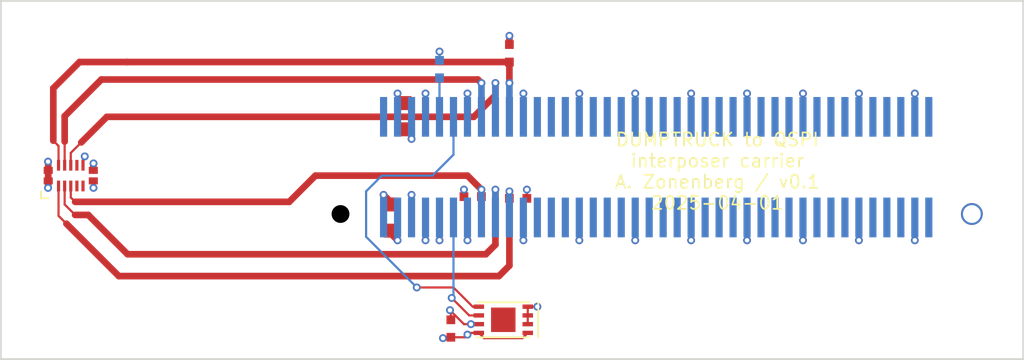
<source format=kicad_pcb>
(kicad_pcb (version 20240108) (generator "pcbnew") (generator_version "8.0")
  (layers (0 "F.Cu" signal) (1 "In1.Cu" signal) (2 "In2.Cu" signal) (31 "B.Cu" signal) (34 "B.Paste" user) (35 "F.Paste" user) (36 "B.SilkS" user "B.Silkscreen") (37 "F.SilkS" user "F.Silkscreen") (38 "B.Mask" user) (39 "F.Mask" user) (44 "Edge.Cuts" user))
  (net 0 "")
  (net 1 "/3V3_EEPROM")
  (net 2 "/GND")
  (net 3 "/VCC")
  (net 4 "/VCORE")
  (net 12 "/QSPI_DQ0")
  (net 13 "/QSPI_DQ2")
  (net 15 "/QSPI_SCK")
  (net 16 "Net-(J1B-PRESENT)")
  (net 21 "/QSPI_DQ3")
  (net 25 "/EEPROM_SCL")
  (net 26 "/QSPI_DQ1")
  (net 28 "/EEPROM_SDA")
  (net 57 "/QSPI_CS_N")
  (footprint "azonenberg_pcb:EIA_0402_RES_NOSILK" (layer "F.Cu") (at 129.1 53 90)
    (property "Reference" "R4" (hide yes))
    (property "Value" "10K" (hide yes))
    (pad "1" smd rect (at -0.499999 0 90) (size 0.5 0.5) (layers "F.Cu" "F.Paste" "F.Mask") (net 21 "/QSPI_DQ3"))
    (pad "2" smd rect (at 0.499999 0 90) (size 0.5 0.5) (layers "F.Cu" "F.Paste" "F.Mask") (net 3 "/VCC"))
  )
  (footprint "azonenberg_pcb:EIA_0402_CAP_NOSILK" (layer "F.Cu") (at 125.75 68.75 90)
    (property "Reference" "C1" (hide yes))
    (property "Value" "0.47 uF" (hide yes))
    (pad "1" smd rect (at -0.499999 0 90) (size 0.5 0.5) (layers "F.Cu" "F.Paste" "F.Mask") (net 1 "/3V3_EEPROM"))
    (pad "2" smd rect (at 0.499999 0 90) (size 0.5 0.5) (layers "F.Cu" "F.Paste" "F.Mask") (net 2 "/GND"))
  )
  (footprint "azonenberg_pcb:EIA_0603_CAP_NOSILK" (layer "F.Cu") (at 123.1 56.6 90)
    (property "Reference" "C2" (hide yes))
    (property "Value" "4.7 uF" (hide yes))
    (pad "1" smd rect (at -0.75 0 90) (size 0.8 0.8) (layers "F.Cu" "F.Paste" "F.Mask") (net 3 "/VCC"))
    (pad "2" smd rect (at 0.75 0 90) (size 0.8 0.8) (layers "F.Cu" "F.Paste" "F.Mask") (net 2 "/GND"))
  )
  (footprint "azonenberg_pcb:DFN_8_0.5MM_2x3MM_TALL" (layer "F.Cu") (at 128.75 68.25 90)
    (property "Reference" "U1" (hide yes))
    (property "Value" "M24C02-RMC6TG" (hide yes))
    (fp_line (start 1 -1.5) (end 1 1.5) (stroke (width 0.1)) (layer "F.SilkS"))
    (fp_line (start -1 -1.5) (end -1 1.5) (stroke (width 0.1)) (layer "F.SilkS"))
    (fp_line (start -1 2) (end 1 2) (stroke (width 0.1)) (layer "F.SilkS"))
    (pad "1" smd rect (at -0.750001 1.4 90) (size 0.25 0.6) (layers "F.Cu" "F.Paste" "F.Mask") (net 1 "/3V3_EEPROM"))
    (pad "2" smd rect (at -0.25 1.4 90) (size 0.25 0.6) (layers "F.Cu" "F.Paste" "F.Mask") (net 2 "/GND"))
    (pad "3" smd rect (at 0.25 1.4 90) (size 0.25 0.6) (layers "F.Cu" "F.Paste" "F.Mask") (net 2 "/GND"))
    (pad "4" smd rect (at 0.750001 1.4 90) (size 0.25 0.6) (layers "F.Cu" "F.Paste" "F.Mask") (net 2 "/GND"))
    (pad "5" smd rect (at 0.750001 -1.4 90) (size 0.25 0.6) (layers "F.Cu" "F.Paste" "F.Mask") (net 28 "/EEPROM_SDA"))
    (pad "6" smd rect (at 0.25 -1.4 90) (size 0.25 0.6) (layers "F.Cu" "F.Paste" "F.Mask") (net 25 "/EEPROM_SCL"))
    (pad "7" smd rect (at -0.25 -1.4 90) (size 0.25 0.6) (layers "F.Cu" "F.Paste" "F.Mask") (net 2 "/GND"))
    (pad "8" smd rect (at -0.750001 -1.4 90) (size 0.25 0.6) (layers "F.Cu" "F.Paste" "F.Mask") (net 1 "/3V3_EEPROM"))
    (pad "PAD" smd rect (at 0 0 90) (size 1.4 1.4) (layers "F.Cu" "F.Mask"))
  )
  (footprint "azonenberg_pcb:CONN_AMPHENOL_103P010BB100" (layer "F.Cu") (at 104 60)
    (property "Reference" "J2" (hide yes))
    (property "Value" "103P010BB1100" (hide yes))
    (fp_line (start -1.7 0.9) (end -1.7 1.3) (stroke (width 0.1)) (layer "F.SilkS"))
    (fp_line (start -1.7 1.3) (end -1.3 1.3) (stroke (width 0.1)) (layer "F.SilkS"))
    (pad "1" smd rect (at -0.7 0.5925) (size 0.18 0.615) (layers "F.Cu" "F.Paste" "F.Mask") (net 57 "/QSPI_CS_N"))
    (pad "2" smd rect (at -0.35 0.5925) (size 0.18 0.615) (layers "F.Cu" "F.Paste" "F.Mask") (net 26 "/QSPI_DQ1"))
    (pad "3" smd rect (at 0 0.5925) (size 0.18 0.615) (layers "F.Cu" "F.Paste" "F.Mask") (net 13 "/QSPI_DQ2"))
    (pad "4" smd rect (at 0.35 0.5925) (size 0.18 0.615) (layers "F.Cu" "F.Paste" "F.Mask"))
    (pad "5" smd rect (at 0.7 0.5925) (size 0.18 0.615) (layers "F.Cu" "F.Paste" "F.Mask"))
    (pad "6" smd rect (at -0.7 -0.5925) (size 0.18 0.615) (layers "F.Cu" "F.Paste" "F.Mask") (net 21 "/QSPI_DQ3"))
    (pad "7" smd rect (at -0.35 -0.5925) (size 0.18 0.615) (layers "F.Cu" "F.Paste" "F.Mask") (net 15 "/QSPI_SCK"))
    (pad "8" smd rect (at 0 -0.5925) (size 0.18 0.615) (layers "F.Cu" "F.Paste" "F.Mask") (net 12 "/QSPI_DQ0"))
    (pad "9" smd rect (at 0.35 -0.5925) (size 0.18 0.615) (layers "F.Cu" "F.Paste" "F.Mask"))
    (pad "10" smd rect (at 0.7 -0.5925) (size 0.18 0.615) (layers "F.Cu" "F.Paste" "F.Mask") (net 4 "/VCORE"))
    (pad "11" smd rect (at -1.29 -0.3) (size 0.52 0.4) (layers "F.Cu" "F.Paste" "F.Mask") (net 3 "/VCC"))
    (pad "12" smd rect (at -1.29 0.3) (size 0.52 0.4) (layers "F.Cu" "F.Paste" "F.Mask") (net 3 "/VCC"))
    (pad "13" smd rect (at 1.29 0.3) (size 0.52 0.4) (layers "F.Cu" "F.Paste" "F.Mask") (net 2 "/GND"))
    (pad "14" smd rect (at 1.29 -0.3) (size 0.52 0.4) (layers "F.Cu" "F.Paste" "F.Mask") (net 2 "/GND"))
  )
  (footprint "azonenberg_pcb:EIA_0402_RES_NOSILK" (layer "F.Cu") (at 129.6 61.3)
    (property "Reference" "R2" (hide yes))
    (property "Value" "10K" (hide yes))
    (pad "1" smd rect (at -0.499999 0) (size 0.5 0.5) (layers "F.Cu" "F.Paste" "F.Mask") (net 57 "/QSPI_CS_N"))
    (pad "2" smd rect (at 0.499999 0) (size 0.5 0.5) (layers "F.Cu" "F.Paste" "F.Mask") (net 3 "/VCC"))
  )
  (footprint "azonenberg_pcb:EIA_0402_RES_NOSILK" (layer "F.Cu") (at 127 61.2 180)
    (property "Reference" "R3" (hide yes))
    (property "Value" "10K" (hide yes))
    (pad "1" smd rect (at -0.499999 0 180) (size 0.5 0.5) (layers "F.Cu" "F.Paste" "F.Mask") (net 13 "/QSPI_DQ2"))
    (pad "2" smd rect (at 0.499999 0 180) (size 0.5 0.5) (layers "F.Cu" "F.Paste" "F.Mask") (net 3 "/VCC"))
  )
  (footprint "azonenberg_pcb:EIA_0603_CAP_NOSILK" (layer "F.Cu") (at 122.3 62.4 -90)
    (property "Reference" "C4" (hide yes))
    (property "Value" "4.7 uF" (hide yes))
    (pad "1" smd rect (at -0.75 0 270) (size 0.8 0.8) (layers "F.Cu" "F.Paste" "F.Mask") (net 4 "/VCORE"))
    (pad "2" smd rect (at 0.75 0 270) (size 0.8 0.8) (layers "F.Cu" "F.Paste" "F.Mask") (net 2 "/GND"))
  )
  (footprint "azonenberg_pcb:EIA_0402_RES_NOSILK" (layer "B.Cu") (at 125.1 53.9 -90)
    (property "Reference" "R1" (hide yes))
    (property "Value" "0" (hide yes))
    (pad "1" smd rect (at -0.499999 0 270) (size 0.5 0.5) (layers "B.Cu" "B.Paste" "B.Mask") (net 1 "/3V3_EEPROM"))
    (pad "2" smd rect (at 0.499999 0 270) (size 0.5 0.5) (layers "B.Cu" "B.Paste" "B.Mask") (net 16 "Net-(J1B-PRESENT)"))
  )
  (footprint "azonenberg_pcb:CONN_SAMTEC_BSE-040-01-L-D-A-TR" (layer "B.Cu") (at 137.5 59.5)
    (property "Reference" "J1" (hide yes))
    (property "Value" "CONN_DUMPTRUCK_DEVICE" (hide yes))
    (pad "" np_thru_hole circle (at -18.064 2.6965) (size 1.25 1.25) (drill 1.02) (layers "Dwgs.User"))
    (pad "" np_thru_hole circle (at 18.064 2.6965) (size 1.25 1.25) (drill 1.016) (layers "F&B.Cu" "Dwgs.User"))
    (pad "1" smd rect (at -15.6 -2.8635) (size 0.41 2.273) (layers "B.Cu" "B.Paste" "B.Mask"))
    (pad "2" smd rect (at -15.6 2.8935) (size 0.41 2.273) (layers "B.Cu" "B.Paste" "B.Mask") (net 4 "/VCORE"))
    (pad "3" smd rect (at -14.8 -2.8635) (size 0.41 2.273) (layers "B.Cu" "B.Paste" "B.Mask") (net 2 "/GND"))
    (pad "4" smd rect (at -14.8 2.8935) (size 0.41 2.273) (layers "B.Cu" "B.Paste" "B.Mask") (net 2 "/GND"))
    (pad "5" smd rect (at -14 -2.8635) (size 0.41 2.273) (layers "B.Cu" "B.Paste" "B.Mask") (net 3 "/VCC"))
    (pad "6" smd rect (at -14 2.8935) (size 0.41 2.273) (layers "B.Cu" "B.Paste" "B.Mask") (net 3 "/VCC"))
    (pad "7" smd rect (at -13.2 -2.8635) (size 0.41 2.273) (layers "B.Cu" "B.Paste" "B.Mask") (net 2 "/GND"))
    (pad "8" smd rect (at -13.2 2.8935) (size 0.41 2.273) (layers "B.Cu" "B.Paste" "B.Mask") (net 2 "/GND"))
    (pad "9" smd rect (at -12.4 -2.8635) (size 0.41 2.273) (layers "B.Cu" "B.Paste" "B.Mask") (net 16 "Net-(J1B-PRESENT)"))
    (pad "10" smd rect (at -12.4 2.8935) (size 0.41 2.273) (layers "B.Cu" "B.Paste" "B.Mask") (net 1 "/3V3_EEPROM"))
    (pad "11" smd rect (at -11.6 -2.8635) (size 0.41 2.273) (layers "B.Cu" "B.Paste" "B.Mask") (net 28 "/EEPROM_SDA"))
    (pad "12" smd rect (at -11.6 2.8935) (size 0.41 2.273) (layers "B.Cu" "B.Paste" "B.Mask") (net 25 "/EEPROM_SCL"))
    (pad "13" smd rect (at -10.8 -2.8635) (size 0.41 2.273) (layers "B.Cu" "B.Paste" "B.Mask") (net 2 "/GND"))
    (pad "14" smd rect (at -10.8 2.8935) (size 0.41 2.273) (layers "B.Cu" "B.Paste" "B.Mask") (net 2 "/GND"))
    (pad "15" smd rect (at -10 -2.8635) (size 0.41 2.273) (layers "B.Cu" "B.Paste" "B.Mask") (net 15 "/QSPI_SCK"))
    (pad "16" smd rect (at -10 2.8935) (size 0.41 2.273) (layers "B.Cu" "B.Paste" "B.Mask") (net 13 "/QSPI_DQ2"))
    (pad "17" smd rect (at -9.2 -2.8635) (size 0.41 2.273) (layers "B.Cu" "B.Paste" "B.Mask") (net 12 "/QSPI_DQ0"))
    (pad "18" smd rect (at -9.2 2.8935) (size 0.41 2.273) (layers "B.Cu" "B.Paste" "B.Mask") (net 26 "/QSPI_DQ1"))
    (pad "19" smd rect (at -8.4 -2.8635) (size 0.41 2.273) (layers "B.Cu" "B.Paste" "B.Mask") (net 21 "/QSPI_DQ3"))
    (pad "20" smd rect (at -8.4 2.8935) (size 0.41 2.273) (layers "B.Cu" "B.Paste" "B.Mask") (net 57 "/QSPI_CS_N"))
    (pad "21" smd rect (at -7.6 -2.8635) (size 0.41 2.273) (layers "B.Cu" "B.Paste" "B.Mask") (net 2 "/GND"))
    (pad "22" smd rect (at -7.6 2.8935) (size 0.41 2.273) (layers "B.Cu" "B.Paste" "B.Mask") (net 2 "/GND"))
    (pad "23" smd rect (at -6.8 -2.8635) (size 0.41 2.273) (layers "B.Cu" "B.Paste" "B.Mask"))
    (pad "24" smd rect (at -6.8 2.8935) (size 0.41 2.273) (layers "B.Cu" "B.Paste" "B.Mask"))
    (pad "25" smd rect (at -6 -2.8635) (size 0.41 2.273) (layers "B.Cu" "B.Paste" "B.Mask"))
    (pad "26" smd rect (at -6 2.8935) (size 0.41 2.273) (layers "B.Cu" "B.Paste" "B.Mask"))
    (pad "27" smd rect (at -5.2 -2.8635) (size 0.41 2.273) (layers "B.Cu" "B.Paste" "B.Mask"))
    (pad "28" smd rect (at -5.2 2.8935) (size 0.41 2.273) (layers "B.Cu" "B.Paste" "B.Mask"))
    (pad "29" smd rect (at -4.4 -2.8635) (size 0.41 2.273) (layers "B.Cu" "B.Paste" "B.Mask") (net 2 "/GND"))
    (pad "30" smd rect (at -4.4 2.8935) (size 0.41 2.273) (layers "B.Cu" "B.Paste" "B.Mask") (net 2 "/GND"))
    (pad "31" smd rect (at -3.6 -2.8635) (size 0.41 2.273) (layers "B.Cu" "B.Paste" "B.Mask"))
    (pad "32" smd rect (at -3.6 2.8935) (size 0.41 2.273) (layers "B.Cu" "B.Paste" "B.Mask"))
    (pad "33" smd rect (at -2.8 -2.8635) (size 0.41 2.273) (layers "B.Cu" "B.Paste" "B.Mask"))
    (pad "34" smd rect (at -2.8 2.8935) (size 0.41 2.273) (layers "B.Cu" "B.Paste" "B.Mask"))
    (pad "35" smd rect (at -2 -2.8635) (size 0.41 2.273) (layers "B.Cu" "B.Paste" "B.Mask"))
    (pad "36" smd rect (at -2 2.8935) (size 0.41 2.273) (layers "B.Cu" "B.Paste" "B.Mask"))
    (pad "37" smd rect (at -1.2 -2.8635) (size 0.41 2.273) (layers "B.Cu" "B.Paste" "B.Mask") (net 2 "/GND"))
    (pad "38" smd rect (at -1.2 2.8935) (size 0.41 2.273) (layers "B.Cu" "B.Paste" "B.Mask") (net 2 "/GND"))
    (pad "39" smd rect (at -0.4 -2.8635) (size 0.41 2.273) (layers "B.Cu" "B.Paste" "B.Mask"))
    (pad "40" smd rect (at -0.4 2.8935) (size 0.41 2.273) (layers "B.Cu" "B.Paste" "B.Mask"))
    (pad "41" smd rect (at 0.4 -2.8635) (size 0.41 2.273) (layers "B.Cu" "B.Paste" "B.Mask"))
    (pad "42" smd rect (at 0.4 2.8935) (size 0.41 2.273) (layers "B.Cu" "B.Paste" "B.Mask"))
    (pad "43" smd rect (at 1.2 -2.8635) (size 0.41 2.273) (layers "B.Cu" "B.Paste" "B.Mask"))
    (pad "44" smd rect (at 1.2 2.8935) (size 0.41 2.273) (layers "B.Cu" "B.Paste" "B.Mask"))
    (pad "45" smd rect (at 2 -2.8635) (size 0.41 2.273) (layers "B.Cu" "B.Paste" "B.Mask") (net 2 "/GND"))
    (pad "46" smd rect (at 2 2.8935) (size 0.41 2.273) (layers "B.Cu" "B.Paste" "B.Mask") (net 2 "/GND"))
    (pad "47" smd rect (at 2.8 -2.8635) (size 0.41 2.273) (layers "B.Cu" "B.Paste" "B.Mask"))
    (pad "48" smd rect (at 2.8 2.8935) (size 0.41 2.273) (layers "B.Cu" "B.Paste" "B.Mask"))
    (pad "49" smd rect (at 3.6 -2.8635) (size 0.41 2.273) (layers "B.Cu" "B.Paste" "B.Mask"))
    (pad "50" smd rect (at 3.6 2.8935) (size 0.41 2.273) (layers "B.Cu" "B.Paste" "B.Mask"))
    (pad "51" smd rect (at 4.4 -2.8635) (size 0.41 2.273) (layers "B.Cu" "B.Paste" "B.Mask"))
    (pad "52" smd rect (at 4.4 2.8935) (size 0.41 2.273) (layers "B.Cu" "B.Paste" "B.Mask"))
    (pad "53" smd rect (at 5.2 -2.8635) (size 0.41 2.273) (layers "B.Cu" "B.Paste" "B.Mask") (net 2 "/GND"))
    (pad "54" smd rect (at 5.2 2.8935) (size 0.41 2.273) (layers "B.Cu" "B.Paste" "B.Mask") (net 2 "/GND"))
    (pad "55" smd rect (at 6 -2.8635) (size 0.41 2.273) (layers "B.Cu" "B.Paste" "B.Mask"))
    (pad "56" smd rect (at 6 2.8935) (size 0.41 2.273) (layers "B.Cu" "B.Paste" "B.Mask"))
    (pad "57" smd rect (at 6.8 -2.8635) (size 0.41 2.273) (layers "B.Cu" "B.Paste" "B.Mask"))
    (pad "58" smd rect (at 6.8 2.8935) (size 0.41 2.273) (layers "B.Cu" "B.Paste" "B.Mask"))
    (pad "59" smd rect (at 7.6 -2.8635) (size 0.41 2.273) (layers "B.Cu" "B.Paste" "B.Mask"))
    (pad "60" smd rect (at 7.6 2.8935) (size 0.41 2.273) (layers "B.Cu" "B.Paste" "B.Mask"))
    (pad "61" smd rect (at 8.4 -2.8635) (size 0.41 2.273) (layers "B.Cu" "B.Paste" "B.Mask") (net 2 "/GND"))
    (pad "62" smd rect (at 8.4 2.8935) (size 0.41 2.273) (layers "B.Cu" "B.Paste" "B.Mask") (net 2 "/GND"))
    (pad "63" smd rect (at 9.2 -2.8635) (size 0.41 2.273) (layers "B.Cu" "B.Paste" "B.Mask"))
    (pad "64" smd rect (at 9.2 2.8935) (size 0.41 2.273) (layers "B.Cu" "B.Paste" "B.Mask"))
    (pad "65" smd rect (at 10 -2.8635) (size 0.41 2.273) (layers "B.Cu" "B.Paste" "B.Mask"))
    (pad "66" smd rect (at 10 2.8935) (size 0.41 2.273) (layers "B.Cu" "B.Paste" "B.Mask"))
    (pad "67" smd rect (at 10.8 -2.8635) (size 0.41 2.273) (layers "B.Cu" "B.Paste" "B.Mask"))
    (pad "68" smd rect (at 10.8 2.8935) (size 0.41 2.273) (layers "B.Cu" "B.Paste" "B.Mask"))
    (pad "69" smd rect (at 11.6 -2.8635) (size 0.41 2.273) (layers "B.Cu" "B.Paste" "B.Mask") (net 2 "/GND"))
    (pad "70" smd rect (at 11.6 2.8935) (size 0.41 2.273) (layers "B.Cu" "B.Paste" "B.Mask") (net 2 "/GND"))
    (pad "71" smd rect (at 12.4 -2.8635) (size 0.41 2.273) (layers "B.Cu" "B.Paste" "B.Mask"))
    (pad "72" smd rect (at 12.4 2.8935) (size 0.41 2.273) (layers "B.Cu" "B.Paste" "B.Mask"))
    (pad "73" smd rect (at 13.2 -2.8635) (size 0.41 2.273) (layers "B.Cu" "B.Paste" "B.Mask"))
    (pad "74" smd rect (at 13.2 2.8935) (size 0.41 2.273) (layers "B.Cu" "B.Paste" "B.Mask"))
    (pad "75" smd rect (at 14 -2.8635) (size 0.41 2.273) (layers "B.Cu" "B.Paste" "B.Mask"))
    (pad "76" smd rect (at 14 2.8935) (size 0.41 2.273) (layers "B.Cu" "B.Paste" "B.Mask"))
    (pad "77" smd rect (at 14.8 -2.8635) (size 0.41 2.273) (layers "B.Cu" "B.Paste" "B.Mask") (net 2 "/GND"))
    (pad "78" smd rect (at 14.8 2.8935) (size 0.41 2.273) (layers "B.Cu" "B.Paste" "B.Mask") (net 2 "/GND"))
    (pad "79" smd rect (at 15.6 -2.8635) (size 0.41 2.273) (layers "B.Cu" "B.Paste" "B.Mask"))
    (pad "80" smd rect (at 15.6 2.8935) (size 0.41 2.273) (layers "B.Cu" "B.Paste" "B.Mask"))
  )
  (gr_rect (start 100 50) (end 158.5 70.5) (stroke (width 0.1)) (fill none) (layer "Edge.Cuts"))
  (gr_text "DUMPTRUCK to QSPI\ninterposer carrier\nA. Zonenberg / v0.1\n2025-04-01" (at 141 62 0) (layer "F.SilkS") (effects (font (size 0.75 0.75) (thickness 0.1)) (justify bottom)))
  (segment (start 126.550001 69.249999) (end 126.799999 69.000001) (width 0.125) (layer "F.Cu") (net 1))
  (segment (start 125.3 69.3) (end 125.699999 69.3) (width 0.125) (layer "F.Cu") (net 1))
  (segment (start 125.75 69.249999) (end 126.550001 69.249999) (width 0.125) (layer "F.Cu") (net 1))
  (segment (start 127.35 69.000001) (end 126.799999 69.000001) (width 0.125) (layer "F.Cu") (net 1))
  (segment (start 127.35 69.000001) (end 127.649999 69.3) (width 0.125) (layer "F.Cu") (net 1))
  (segment (start 127.649999 69.3) (end 129.850001 69.3) (width 0.125) (layer "F.Cu") (net 1))
  (segment (start 129.850001 69.3) (end 130.15 69.000001) (width 0.125) (layer "F.Cu") (net 1))
  (via (at 125.1 63.7) (size 0.45) (drill 0.25) (layers "F.Cu" "B.Cu") (net 1))
  (via (at 126.7 69.1) (size 0.45) (drill 0.25) (layers "F.Cu" "B.Cu") (net 1))
  (via (at 125.1 52.9) (size 0.45) (drill 0.25) (layers "F.Cu" "B.Cu") (net 1))
  (via (at 125.3 69.3) (size 0.45) (drill 0.25) (layers "F.Cu" "B.Cu") (net 1))
  (segment (start 125.099999 62.3935) (end 125.1 63.7) (width 0.125) (layer "B.Cu") (net 1))
  (segment (start 125.1 53.400001) (end 125.1 52.9) (width 0.125) (layer "B.Cu") (net 1))
  (segment (start 126.5 68.5) (end 127.35 68.5) (width 0.125) (layer "F.Cu") (net 2))
  (segment (start 125.75 68.250001) (end 125.75 67.75) (width 0.125) (layer "F.Cu") (net 2))
  (segment (start 122.3 63.3) (end 122.7 63.7) (width 0.381) (layer "F.Cu") (net 2))
  (segment (start 130.15 68.5) (end 130.15 67.499999) (width 0.125) (layer "F.Cu") (net 2))
  (segment (start 125.7 67.7) (end 126.5 68.5) (width 0.125) (layer "F.Cu") (net 2))
  (segment (start 105.29 59.31) (end 105.3 59.3) (width 0.381) (layer "F.Cu") (net 2))
  (segment (start 105.29 59.7) (end 105.29 59.31) (width 0.381) (layer "F.Cu") (net 2))
  (segment (start 130.15 67.5) (end 130.7 67.499999) (width 0.125) (layer "F.Cu") (net 2))
  (via (at 149.1 55.3) (size 0.45) (drill 0.25) (layers "F.Cu" "B.Cu") (net 2))
  (via (at 145.9 63.7) (size 0.45) (drill 0.25) (layers "F.Cu" "B.Cu") (net 2))
  (via (at 152.3 63.7) (size 0.45) (drill 0.25) (layers "F.Cu" "B.Cu") (net 2))
  (via (at 142.7 55.3) (size 0.45) (drill 0.25) (layers "F.Cu" "B.Cu") (net 2))
  (via (at 124.3 55.3) (size 0.45) (drill 0.25) (layers "F.Cu" "B.Cu") (net 2))
  (via (at 152.3 55.3) (size 0.45) (drill 0.25) (layers "F.Cu" "B.Cu") (net 2))
  (via (at 126.7 63.7) (size 0.45) (drill 0.25) (layers "F.Cu" "B.Cu") (net 2))
  (via (at 139.5 63.7) (size 0.45) (drill 0.25) (layers "F.Cu" "B.Cu") (net 2))
  (via (at 105.3 59.3) (size 0.45) (drill 0.25) (layers "F.Cu" "B.Cu") (net 2))
  (via (at 125.7 67.7) (size 0.45) (drill 0.25) (layers "F.Cu" "B.Cu") (net 2))
  (via (at 136.3 55.3) (size 0.45) (drill 0.25) (layers "F.Cu" "B.Cu") (net 2))
  (via (at 129.9 55.3) (size 0.45) (drill 0.25) (layers "F.Cu" "B.Cu") (net 2))
  (via (at 126.7 55.3) (size 0.45) (drill 0.25) (layers "F.Cu" "B.Cu") (net 2))
  (via (at 133.1 55.3) (size 0.45) (drill 0.25) (layers "F.Cu" "B.Cu") (net 2))
  (via (at 129.9 63.7) (size 0.45) (drill 0.25) (layers "F.Cu" "B.Cu") (net 2))
  (via (at 130.7 67.5) (size 0.45) (drill 0.25) (layers "F.Cu" "B.Cu") (net 2))
  (via (at 145.9 55.3) (size 0.45) (drill 0.25) (layers "F.Cu" "B.Cu") (net 2))
  (via (at 126.9 68.5) (size 0.45) (drill 0.25) (layers "F.Cu" "B.Cu") (net 2))
  (via (at 122.7 55.3) (size 0.45) (drill 0.25) (layers "F.Cu" "B.Cu") (net 2))
  (via (at 133.1 63.7) (size 0.45) (drill 0.25) (layers "F.Cu" "B.Cu") (net 2))
  (via (at 139.5 55.3) (size 0.45) (drill 0.25) (layers "F.Cu" "B.Cu") (net 2))
  (via (at 136.3 63.7) (size 0.45) (drill 0.25) (layers "F.Cu" "B.Cu") (net 2))
  (via (at 124.3 63.7) (size 0.45) (drill 0.25) (layers "F.Cu" "B.Cu") (net 2))
  (via (at 142.7 63.7) (size 0.45) (drill 0.25) (layers "F.Cu" "B.Cu") (net 2))
  (via (at 105.3 60.7) (size 0.45) (drill 0.25) (layers "F.Cu" "B.Cu") (net 2))
  (via (at 122.7 63.7) (size 0.45) (drill 0.25) (layers "F.Cu" "B.Cu") (net 2))
  (via (at 149.1 63.7) (size 0.45) (drill 0.25) (layers "F.Cu" "B.Cu") (net 2))
  (segment (start 149.1 63.7) (end 149.1 62.3935) (width 0.125) (layer "B.Cu") (net 2))
  (segment (start 149.1 55.3) (end 149.1 56.6365) (width 0.125) (layer "B.Cu") (net 2))
  (segment (start 133.1 55.3) (end 133.1 56.6365) (width 0.125) (layer "B.Cu") (net 2))
  (segment (start 139.5 55.3) (end 139.5 56.6365) (width 0.125) (layer "B.Cu") (net 2))
  (segment (start 124.3 55.3) (end 124.3 56.6365) (width 0.125) (layer "B.Cu") (net 2))
  (segment (start 145.9 55.3) (end 145.9 56.6365) (width 0.125) (layer "B.Cu") (net 2))
  (segment (start 124.3 63.7) (end 124.3 62.3935) (width 0.125) (layer "B.Cu") (net 2))
  (segment (start 129.9 55.3) (end 129.9 56.6365) (width 0.125) (layer "B.Cu") (net 2))
  (segment (start 133.1 63.7) (end 133.1 62.3935) (width 0.125) (layer "B.Cu") (net 2))
  (segment (start 152.3 63.7) (end 152.3 62.3935) (width 0.125) (layer "B.Cu") (net 2))
  (segment (start 139.5 63.7) (end 139.5 62.3935) (width 0.125) (layer "B.Cu") (net 2))
  (segment (start 126.7 56.6365) (end 126.7 55.3) (width 0.125) (layer "B.Cu") (net 2))
  (segment (start 145.899999 63.7) (end 145.9 62.3935) (width 0.125) (layer "B.Cu") (net 2))
  (segment (start 122.7 63.7) (end 122.7 62.3935) (width 0.125) (layer "B.Cu") (net 2))
  (segment (start 126.7 63.7) (end 126.7 62.3935) (width 0.125) (layer "B.Cu") (net 2))
  (segment (start 142.7 55.3) (end 142.7 56.6365) (width 0.125) (layer "B.Cu") (net 2))
  (segment (start 122.7 55.3) (end 122.7 56.6365) (width 0.125) (layer "B.Cu") (net 2))
  (segment (start 136.3 55.3) (end 136.3 56.6365) (width 0.125) (layer "B.Cu") (net 2))
  (segment (start 152.3 55.3) (end 152.3 56.6365) (width 0.125) (layer "B.Cu") (net 2))
  (segment (start 142.7 63.7) (end 142.7 62.3935) (width 0.125) (layer "B.Cu") (net 2))
  (segment (start 136.299999 63.7) (end 136.3 62.3935) (width 0.125) (layer "B.Cu") (net 2))
  (segment (start 126.500001 60.800001) (end 126.5 60.8) (width 0.125) (layer "F.Cu") (net 3))
  (segment (start 102.71 59.7) (end 102.71 60.3) (width 0.381) (layer "F.Cu") (net 3))
  (segment (start 130.099999 60.800001) (end 130.1 60.8) (width 0.125) (layer "F.Cu") (net 3))
  (segment (start 102.71 59.7) (end 102.71 59.21) (width 0.381) (layer "F.Cu") (net 3))
  (segment (start 102.71 60.3) (end 102.71 60.69) (width 0.381) (layer "F.Cu") (net 3))
  (segment (start 102.71 59.21) (end 102.7 59.2) (width 0.381) (layer "F.Cu") (net 3))
  (segment (start 130.099999 61.3) (end 130.099999 60.800001) (width 0.125) (layer "F.Cu") (net 3))
  (segment (start 129.1 52.500001) (end 129.1 52) (width 0.381) (layer "F.Cu") (net 3))
  (segment (start 126.500001 61.2) (end 126.500001 60.800001) (width 0.125) (layer "F.Cu") (net 3))
  (segment (start 102.71 60.69) (end 102.7 60.7) (width 0.381) (layer "F.Cu") (net 3))
  (via (at 130.1 60.8) (size 0.45) (drill 0.25) (layers "F.Cu" "B.Cu") (net 3))
  (via (at 123.5 61.1) (size 0.45) (drill 0.25) (layers "F.Cu" "B.Cu") (net 3))
  (via (at 129.1 52) (size 0.45) (drill 0.25) (layers "F.Cu" "B.Cu") (net 3))
  (via (at 123.5 57.9) (size 0.45) (drill 0.25) (layers "F.Cu" "B.Cu") (net 3))
  (via (at 126.5 60.8) (size 0.45) (drill 0.25) (layers "F.Cu" "B.Cu") (net 3))
  (via (at 102.7 59.2) (size 0.45) (drill 0.25) (layers "F.Cu" "B.Cu") (net 3))
  (via (at 102.7 60.7) (size 0.45) (drill 0.25) (layers "F.Cu" "B.Cu") (net 3))
  (segment (start 123.5 61.1) (end 123.500001 62.3935) (width 0.125) (layer "B.Cu") (net 3))
  (segment (start 123.5 56.6365) (end 123.5 57.9) (width 0.125) (layer "B.Cu") (net 3))
  (segment (start 104.7 59.4075) (end 104.7 59) (width 0.125) (layer "F.Cu") (net 4))
  (segment (start 122.3 61.5) (end 121.9 61.1) (width 0.381) (layer "F.Cu") (net 4))
  (segment (start 104.7 59) (end 104.8 58.9) (width 0.125) (layer "F.Cu") (net 4))
  (via (at 104.8 58.9) (size 0.45) (drill 0.25) (layers "F.Cu" "B.Cu") (net 4))
  (via (at 121.9 61.1) (size 0.45) (drill 0.25) (layers "F.Cu" "B.Cu") (net 4))
  (segment (start 121.9 61.1) (end 121.9 62.3935) (width 0.381) (layer "B.Cu") (net 4))
  (segment (start 106.0655 56.6345) (end 127.0655 56.6345) (width 0.381) (layer "F.Cu") (net 12))
  (segment (start 127.0655 56.6345) (end 128.3 55.4) (width 0.381) (layer "F.Cu") (net 12))
  (segment (start 104 58.7) (end 104.6 58.1) (width 0.125) (layer "F.Cu") (net 12))
  (segment (start 128.3 55.4) (end 128.3 54.7) (width 0.381) (layer "F.Cu") (net 12))
  (segment (start 104.6 58.1) (end 106.0655 56.6345) (width 0.381) (layer "F.Cu") (net 12))
  (segment (start 104 59.4075) (end 104 58.7) (width 0.125) (layer "F.Cu") (net 12))
  (via (at 128.3 54.7) (size 0.45) (drill 0.25) (layers "F.Cu" "B.Cu") (net 12))
  (segment (start 128.3 54.7) (end 128.3 56.6365) (width 0.381) (layer "B.Cu") (net 12))
  (segment (start 104 61.25) (end 104.25 61.5) (width 0.125) (layer "F.Cu") (net 13))
  (segment (start 116.5 61.5) (end 104.25 61.5) (width 0.381) (layer "F.Cu") (net 13))
  (segment (start 104 60.5925) (end 104 61.25) (width 0.125) (layer "F.Cu") (net 13))
  (segment (start 118 60) (end 116.5 61.5) (width 0.381) (layer "F.Cu") (net 13))
  (segment (start 127.5 60.8) (end 126.7 60) (width 0.381) (layer "F.Cu") (net 13))
  (segment (start 126.7 60) (end 118 60) (width 0.381) (layer "F.Cu") (net 13))
  (via (at 127.5 60.8) (size 0.45) (drill 0.25) (layers "F.Cu" "B.Cu") (net 13))
  (segment (start 127.5 60.8) (end 127.5 62.3935) (width 0.381) (layer "B.Cu") (net 13))
  (segment (start 127.3 54.5) (end 127.5 54.7) (width 0.381) (layer "F.Cu") (net 15))
  (segment (start 105.75 54.5) (end 127.3 54.5) (width 0.381) (layer "F.Cu") (net 15))
  (segment (start 103.65 56.6) (end 103.65 58.05) (width 0.381) (layer "F.Cu") (net 15))
  (segment (start 105.75 54.5) (end 103.65 56.6) (width 0.381) (layer "F.Cu") (net 15))
  (segment (start 103.65 59.4075) (end 103.65 58.05) (width 0.125) (layer "F.Cu") (net 15))
  (via (at 127.5 54.7) (size 0.45) (drill 0.25) (layers "F.Cu" "B.Cu") (net 15))
  (segment (start 127.5 56.6365) (end 127.5 54.7) (width 0.381) (layer "B.Cu") (net 15))
  (segment (start 125.1 54.399999) (end 125.1 56.6365) (width 0.125) (layer "B.Cu") (net 16))
  (segment (start 107.250001 53.499999) (end 129.1 53.499999) (width 0.381) (layer "F.Cu") (net 21))
  (segment (start 107.25 53.5) (end 107.250001 53.499999) (width 0.381) (layer "F.Cu") (net 21))
  (segment (start 103.3 58.3) (end 103 58) (width 0.125) (layer "F.Cu") (net 21))
  (segment (start 103 58) (end 103 55) (width 0.381) (layer "F.Cu") (net 21))
  (segment (start 103.3 59.4075) (end 103.3 58.3) (width 0.125) (layer "F.Cu") (net 21))
  (segment (start 103 55) (end 104.5 53.5) (width 0.381) (layer "F.Cu") (net 21))
  (segment (start 104.5 53.5) (end 107.25 53.5) (width 0.381) (layer "F.Cu") (net 21))
  (segment (start 129.1 54.7) (end 129.1 53.499999) (width 0.381) (layer "F.Cu") (net 21))
  (via (at 129.1 54.7) (size 0.45) (drill 0.25) (layers "F.Cu" "B.Cu") (net 21))
  (segment (start 129.1 54.7) (end 129.1 56.6365) (width 0.381) (layer "B.Cu") (net 21))
  (segment (start 125.8 67) (end 126.8 68) (width 0.125) (layer "F.Cu") (net 25))
  (segment (start 126.8 68) (end 127.35 68) (width 0.125) (layer "F.Cu") (net 25))
  (via (at 125.8 67) (size 0.45) (drill 0.25) (layers "F.Cu" "B.Cu") (net 25))
  (segment (start 125.9 62.3935) (end 125.9 66.9) (width 0.125) (layer "B.Cu") (net 25))
  (segment (start 125.9 66.9) (end 125.8 67) (width 0.125) (layer "B.Cu") (net 25))
  (segment (start 128.3 63.95) (end 127.75 64.5) (width 0.381) (layer "F.Cu") (net 26))
  (segment (start 103.65 60.5925) (end 103.65 61.65) (width 0.125) (layer "F.Cu") (net 26))
  (segment (start 128.3 60.8) (end 128.3 63.95) (width 0.381) (layer "F.Cu") (net 26))
  (segment (start 107.25 64.5) (end 105 62.25) (width 0.381) (layer "F.Cu") (net 26))
  (segment (start 105 62.25) (end 104.25 62.25) (width 0.381) (layer "F.Cu") (net 26))
  (segment (start 127.75 64.5) (end 107.25 64.5) (width 0.381) (layer "F.Cu") (net 26))
  (segment (start 103.65 61.65) (end 104.25 62.25) (width 0.125) (layer "F.Cu") (net 26))
  (via (at 128.3 60.8) (size 0.45) (drill 0.25) (layers "F.Cu" "B.Cu") (net 26))
  (segment (start 128.3 60.8) (end 128.3 62.3935) (width 0.381) (layer "B.Cu") (net 26))
  (segment (start 123.8 66.4) (end 125.9 66.4) (width 0.125) (layer "F.Cu") (net 28))
  (segment (start 126.999999 67.499999) (end 127.35 67.499999) (width 0.125) (layer "F.Cu") (net 28))
  (segment (start 125.9 66.4) (end 126.999999 67.499999) (width 0.125) (layer "F.Cu") (net 28))
  (via (at 123.8 66.4) (size 0.45) (drill 0.25) (layers "F.Cu" "B.Cu") (net 28))
  (segment (start 120.9 63.5) (end 123.8 66.4) (width 0.125) (layer "B.Cu") (net 28))
  (segment (start 124.7 60) (end 121.8 60) (width 0.125) (layer "B.Cu") (net 28))
  (segment (start 125.9 56.6365) (end 125.9 58.8) (width 0.125) (layer "B.Cu") (net 28))
  (segment (start 125.9 58.8) (end 124.7 60) (width 0.125) (layer "B.Cu") (net 28))
  (segment (start 120.9 60.9) (end 120.9 63.5) (width 0.125) (layer "B.Cu") (net 28))
  (segment (start 120.9 60.9) (end 121.8 60) (width 0.125) (layer "B.Cu") (net 28))
  (segment (start 103.3 60.5925) (end 103.3 62.3) (width 0.125) (layer "F.Cu") (net 57))
  (segment (start 106.75 65.75) (end 103.75 62.75) (width 0.381) (layer "F.Cu") (net 57))
  (segment (start 129.1 65.15) (end 128.5 65.75) (width 0.381) (layer "F.Cu") (net 57))
  (segment (start 103.3 62.3) (end 103.75 62.75) (width 0.125) (layer "F.Cu") (net 57))
  (segment (start 128.5 65.75) (end 106.75 65.75) (width 0.381) (layer "F.Cu") (net 57))
  (segment (start 129.1 60.9) (end 129.1 65.15) (width 0.381) (layer "F.Cu") (net 57))
  (via (at 129.1 60.9) (size 0.45) (drill 0.25) (layers "F.Cu" "B.Cu") (net 57))
  (segment (start 129.1 60.9) (end 129.100001 62.3935) (width 0.381) (layer "B.Cu") (net 57))
)
</source>
